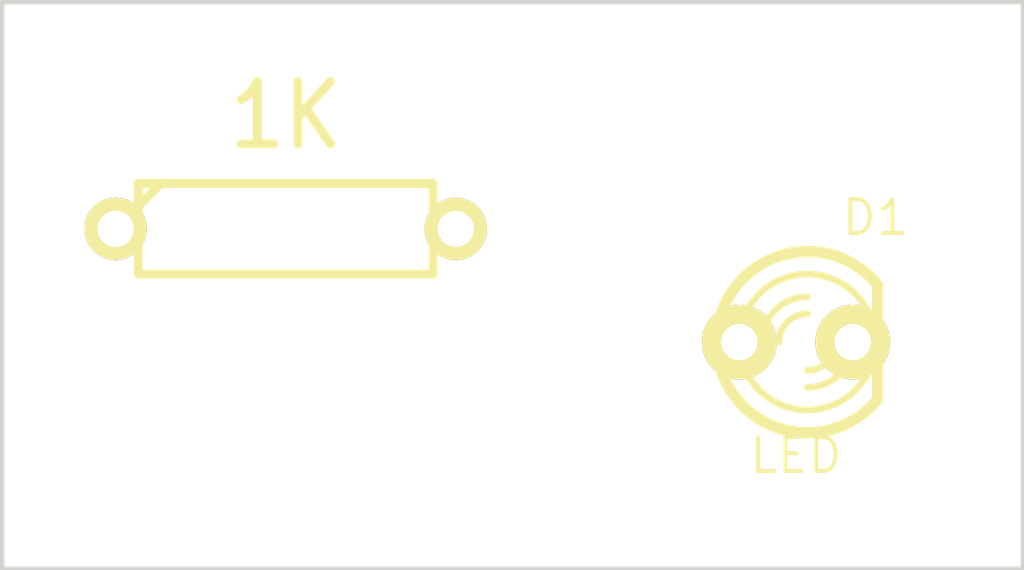
<source format=kicad_pcb>
(kicad_pcb (version 3) (host pcbnew "(2013-07-07 BZR 4022)-stable")

  (general
    (links 1)
    (no_connects 1)
    (area 57.099999 69.799999 80.060001 82.600001)
    (thickness 1.6)
    (drawings 4)
    (tracks 0)
    (zones 0)
    (modules 2)
    (nets 2)
  )

  (page A3)
  (layers
    (15 F.Cu signal)
    (0 B.Cu signal)
    (16 B.Adhes user)
    (17 F.Adhes user)
    (18 B.Paste user)
    (19 F.Paste user)
    (20 B.SilkS user)
    (21 F.SilkS user)
    (22 B.Mask user)
    (23 F.Mask user)
    (24 Dwgs.User user)
    (25 Cmts.User user)
    (26 Eco1.User user)
    (27 Eco2.User user)
    (28 Edge.Cuts user)
  )

  (setup
    (last_trace_width 0.254)
    (trace_clearance 0.254)
    (zone_clearance 0.508)
    (zone_45_only no)
    (trace_min 0.254)
    (segment_width 0.2)
    (edge_width 0.1)
    (via_size 0.889)
    (via_drill 0.635)
    (via_min_size 0.889)
    (via_min_drill 0.508)
    (uvia_size 0.508)
    (uvia_drill 0.127)
    (uvias_allowed no)
    (uvia_min_size 0.508)
    (uvia_min_drill 0.127)
    (pcb_text_width 0.3)
    (pcb_text_size 1.5 1.5)
    (mod_edge_width 0.15)
    (mod_text_size 1 1)
    (mod_text_width 0.15)
    (pad_size 1.5 1.5)
    (pad_drill 0.6)
    (pad_to_mask_clearance 0)
    (aux_axis_origin 0 0)
    (visible_elements 7FFFFFFF)
    (pcbplotparams
      (layerselection 3178497)
      (usegerberextensions true)
      (excludeedgelayer true)
      (linewidth 0.150000)
      (plotframeref false)
      (viasonmask false)
      (mode 1)
      (useauxorigin false)
      (hpglpennumber 1)
      (hpglpenspeed 20)
      (hpglpendiameter 15)
      (hpglpenoverlay 2)
      (psnegative false)
      (psa4output false)
      (plotreference true)
      (plotvalue true)
      (plotothertext true)
      (plotinvisibletext false)
      (padsonsilk false)
      (subtractmaskfromsilk false)
      (outputformat 1)
      (mirror false)
      (drillshape 1)
      (scaleselection 1)
      (outputdirectory ""))
  )

  (net 0 "")
  (net 1 N-000002)

  (net_class Default "This is the default net class."
    (clearance 0.254)
    (trace_width 0.254)
    (via_dia 0.889)
    (via_drill 0.635)
    (uvia_dia 0.508)
    (uvia_drill 0.127)
    (add_net "")
    (add_net N-000002)
  )

  (module R3 (layer F.Cu) (tedit 54A9DAD5) (tstamp 54A8DBB1)
    (at 63.5 74.93)
    (descr "Resitance 3 pas")
    (tags R)
    (path /54A8DA4D)
    (autoplace_cost180 10)
    (fp_text reference R1 (at 0 0.127) (layer F.SilkS) hide
      (effects (font (size 1.397 1.27) (thickness 0.2032)))
    )
    (fp_text value 1K (at 0 -2.54) (layer F.SilkS)
      (effects (font (size 1.397 1.27) (thickness 0.2032)))
    )
    (fp_line (start -3.81 0) (end -3.302 0) (layer F.SilkS) (width 0.2032))
    (fp_line (start 3.81 0) (end 3.302 0) (layer F.SilkS) (width 0.2032))
    (fp_line (start 3.302 0) (end 3.302 -1.016) (layer F.SilkS) (width 0.2032))
    (fp_line (start 3.302 -1.016) (end -3.302 -1.016) (layer F.SilkS) (width 0.2032))
    (fp_line (start -3.302 -1.016) (end -3.302 1.016) (layer F.SilkS) (width 0.2032))
    (fp_line (start -3.302 1.016) (end 3.302 1.016) (layer F.SilkS) (width 0.2032))
    (fp_line (start 3.302 1.016) (end 3.302 0) (layer F.SilkS) (width 0.2032))
    (fp_line (start -3.302 -0.508) (end -2.794 -1.016) (layer F.SilkS) (width 0.2032))
    (pad 1 thru_hole circle (at -3.81 0) (size 1.397 1.397) (drill 0.8128)
      (layers *.Cu *.Mask F.SilkS)
    )
    (pad 2 thru_hole circle (at 3.81 0) (size 1.397 1.397) (drill 0.8128)
      (layers *.Cu *.Mask F.SilkS)
      (net 1 N-000002)
    )
    (model discret/resistor.wrl
      (at (xyz 0 0 0))
      (scale (xyz 0.3 0.3 0.3))
      (rotate (xyz 0 0 0))
    )
  )

  (module LED-3MM (layer F.Cu) (tedit 50ADE848) (tstamp 54A8DBCA)
    (at 74.93 77.47)
    (descr "LED 3mm - Lead pitch 100mil (2,54mm)")
    (tags "LED led 3mm 3MM 100mil 2,54mm")
    (path /54A8DA5C)
    (fp_text reference D1 (at 1.778 -2.794) (layer F.SilkS)
      (effects (font (size 0.762 0.762) (thickness 0.0889)))
    )
    (fp_text value LED (at 0 2.54) (layer F.SilkS)
      (effects (font (size 0.762 0.762) (thickness 0.0889)))
    )
    (fp_line (start 1.8288 1.27) (end 1.8288 -1.27) (layer F.SilkS) (width 0.254))
    (fp_arc (start 0.254 0) (end -1.27 0) (angle 39.8) (layer F.SilkS) (width 0.1524))
    (fp_arc (start 0.254 0) (end -0.88392 1.01092) (angle 41.6) (layer F.SilkS) (width 0.1524))
    (fp_arc (start 0.254 0) (end 1.4097 -0.9906) (angle 40.6) (layer F.SilkS) (width 0.1524))
    (fp_arc (start 0.254 0) (end 1.778 0) (angle 39.8) (layer F.SilkS) (width 0.1524))
    (fp_arc (start 0.254 0) (end 0.254 -1.524) (angle 54.4) (layer F.SilkS) (width 0.1524))
    (fp_arc (start 0.254 0) (end -0.9652 -0.9144) (angle 53.1) (layer F.SilkS) (width 0.1524))
    (fp_arc (start 0.254 0) (end 1.45542 0.93472) (angle 52.1) (layer F.SilkS) (width 0.1524))
    (fp_arc (start 0.254 0) (end 0.254 1.524) (angle 52.1) (layer F.SilkS) (width 0.1524))
    (fp_arc (start 0.254 0) (end -0.381 0) (angle 90) (layer F.SilkS) (width 0.1524))
    (fp_arc (start 0.254 0) (end -0.762 0) (angle 90) (layer F.SilkS) (width 0.1524))
    (fp_arc (start 0.254 0) (end 0.889 0) (angle 90) (layer F.SilkS) (width 0.1524))
    (fp_arc (start 0.254 0) (end 1.27 0) (angle 90) (layer F.SilkS) (width 0.1524))
    (fp_arc (start 0.254 0) (end 0.254 -2.032) (angle 50.1) (layer F.SilkS) (width 0.254))
    (fp_arc (start 0.254 0) (end -1.5367 -0.95504) (angle 61.9) (layer F.SilkS) (width 0.254))
    (fp_arc (start 0.254 0) (end 1.8034 1.31064) (angle 49.7) (layer F.SilkS) (width 0.254))
    (fp_arc (start 0.254 0) (end 0.254 2.032) (angle 60.2) (layer F.SilkS) (width 0.254))
    (fp_arc (start 0.254 0) (end -1.778 0) (angle 28.3) (layer F.SilkS) (width 0.254))
    (fp_arc (start 0.254 0) (end -1.47574 1.06426) (angle 31.6) (layer F.SilkS) (width 0.254))
    (pad 1 thru_hole circle (at -1.27 0) (size 1.6764 1.6764) (drill 0.8128)
      (layers *.Cu *.Mask F.SilkS)
      (net 1 N-000002)
    )
    (pad 2 thru_hole circle (at 1.27 0) (size 1.6764 1.6764) (drill 0.8128)
      (layers *.Cu *.Mask F.SilkS)
    )
    (model discret/leds/led3_vertical_verde.wrl
      (at (xyz 0 0 0))
      (scale (xyz 1 1 1))
      (rotate (xyz 0 0 0))
    )
  )

  (gr_line (start 57.15 82.55) (end 57.15 69.85) (angle 90) (layer Edge.Cuts) (width 0.1))
  (gr_line (start 80.01 82.55) (end 57.15 82.55) (angle 90) (layer Edge.Cuts) (width 0.1))
  (gr_line (start 80.01 69.85) (end 80.01 82.55) (angle 90) (layer Edge.Cuts) (width 0.1))
  (gr_line (start 57.15 69.85) (end 80.01 69.85) (angle 90) (layer Edge.Cuts) (width 0.1))

)

</source>
